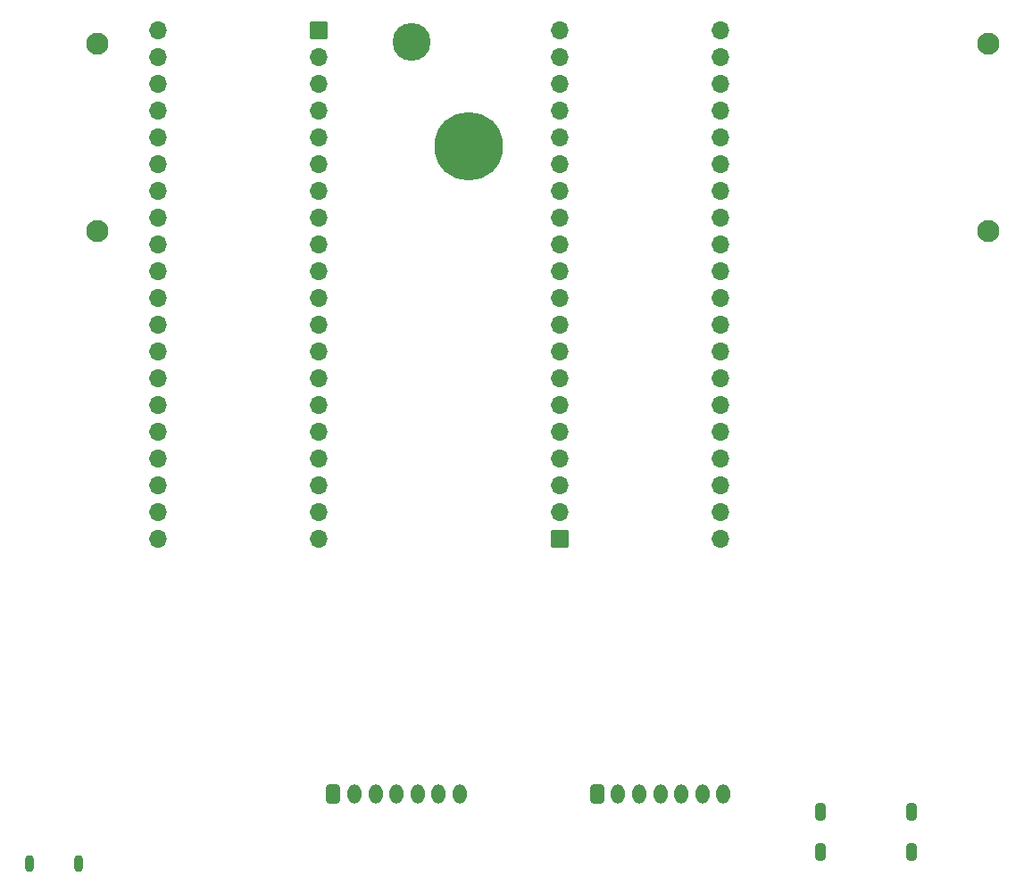
<source format=gbr>
%TF.GenerationSoftware,KiCad,Pcbnew,(6.0.7)*%
%TF.CreationDate,2022-07-29T13:47:02-04:00*%
%TF.ProjectId,ingameNES,696e6761-6d65-44e4-9553-2e6b69636164,1*%
%TF.SameCoordinates,Original*%
%TF.FileFunction,Soldermask,Bot*%
%TF.FilePolarity,Negative*%
%FSLAX46Y46*%
G04 Gerber Fmt 4.6, Leading zero omitted, Abs format (unit mm)*
G04 Created by KiCad (PCBNEW (6.0.7)) date 2022-07-29 13:47:02*
%MOMM*%
%LPD*%
G01*
G04 APERTURE LIST*
G04 Aperture macros list*
%AMRoundRect*
0 Rectangle with rounded corners*
0 $1 Rounding radius*
0 $2 $3 $4 $5 $6 $7 $8 $9 X,Y pos of 4 corners*
0 Add a 4 corners polygon primitive as box body*
4,1,4,$2,$3,$4,$5,$6,$7,$8,$9,$2,$3,0*
0 Add four circle primitives for the rounded corners*
1,1,$1+$1,$2,$3*
1,1,$1+$1,$4,$5*
1,1,$1+$1,$6,$7*
1,1,$1+$1,$8,$9*
0 Add four rect primitives between the rounded corners*
20,1,$1+$1,$2,$3,$4,$5,0*
20,1,$1+$1,$4,$5,$6,$7,0*
20,1,$1+$1,$6,$7,$8,$9,0*
20,1,$1+$1,$8,$9,$2,$3,0*%
G04 Aperture macros list end*
%ADD10O,1.100000X1.800000*%
%ADD11C,6.500000*%
%ADD12RoundRect,0.300000X-0.350000X-0.625000X0.350000X-0.625000X0.350000X0.625000X-0.350000X0.625000X0*%
%ADD13O,1.300000X1.850000*%
%ADD14C,2.100000*%
%ADD15C,3.600000*%
%ADD16O,0.900000X1.600000*%
%ADD17RoundRect,0.050000X-0.800000X-0.800000X0.800000X-0.800000X0.800000X0.800000X-0.800000X0.800000X0*%
%ADD18O,1.700000X1.700000*%
%ADD19RoundRect,0.050000X0.800000X0.800000X-0.800000X0.800000X-0.800000X-0.800000X0.800000X-0.800000X0*%
G04 APERTURE END LIST*
D10*
X143820000Y-191000000D03*
X143820000Y-194800000D03*
X135180000Y-191000000D03*
X135180000Y-194800000D03*
D11*
X101854000Y-127889000D03*
D12*
X89000000Y-189320000D03*
D13*
X91000000Y-189320000D03*
X93000000Y-189320000D03*
X95000000Y-189320000D03*
X97000000Y-189320000D03*
X99000000Y-189320000D03*
X101000000Y-189320000D03*
D12*
X114000000Y-189320000D03*
D13*
X116000000Y-189320000D03*
X118000000Y-189320000D03*
X120000000Y-189320000D03*
X122000000Y-189320000D03*
X124000000Y-189320000D03*
X126000000Y-189320000D03*
D14*
X151130000Y-135890000D03*
X151130000Y-118110000D03*
D15*
X96393000Y-117983000D03*
D14*
X66620000Y-135890000D03*
X66620000Y-118110000D03*
D16*
X60150000Y-195900000D03*
X64850000Y-195900000D03*
D17*
X110490000Y-165100000D03*
D18*
X110490000Y-162560000D03*
X110490000Y-160020000D03*
X110490000Y-157480000D03*
X110490000Y-154940000D03*
X110490000Y-152400000D03*
X110490000Y-149860000D03*
X110490000Y-147320000D03*
X110490000Y-144780000D03*
X110490000Y-142240000D03*
X110490000Y-139700000D03*
X110490000Y-137160000D03*
X110490000Y-134620000D03*
X110490000Y-132080000D03*
X110490000Y-129540000D03*
X110490000Y-127000000D03*
X110490000Y-124460000D03*
X110490000Y-121920000D03*
X110490000Y-119380000D03*
X110490000Y-116840000D03*
X125730000Y-116840000D03*
X125730000Y-119380000D03*
X125730000Y-121920000D03*
X125730000Y-124460000D03*
X125730000Y-127000000D03*
X125730000Y-129540000D03*
X125730000Y-132080000D03*
X125730000Y-134620000D03*
X125730000Y-137160000D03*
X125730000Y-139700000D03*
X125730000Y-142240000D03*
X125730000Y-144780000D03*
X125730000Y-147320000D03*
X125730000Y-149860000D03*
X125730000Y-152400000D03*
X125730000Y-154940000D03*
X125730000Y-157480000D03*
X125730000Y-160020000D03*
X125730000Y-162560000D03*
X125730000Y-165100000D03*
D19*
X87630000Y-116840000D03*
D18*
X87630000Y-119380000D03*
X87630000Y-121920000D03*
X87630000Y-124460000D03*
X87630000Y-127000000D03*
X87630000Y-129540000D03*
X87630000Y-132080000D03*
X87630000Y-134620000D03*
X87630000Y-137160000D03*
X87630000Y-139700000D03*
X87630000Y-142240000D03*
X87630000Y-144780000D03*
X87630000Y-147320000D03*
X87630000Y-149860000D03*
X87630000Y-152400000D03*
X87630000Y-154940000D03*
X87630000Y-157480000D03*
X87630000Y-160020000D03*
X87630000Y-162560000D03*
X87630000Y-165100000D03*
X72390000Y-165100000D03*
X72390000Y-162560000D03*
X72390000Y-160020000D03*
X72390000Y-157480000D03*
X72390000Y-154940000D03*
X72390000Y-152400000D03*
X72390000Y-149860000D03*
X72390000Y-147320000D03*
X72390000Y-144780000D03*
X72390000Y-142240000D03*
X72390000Y-139700000D03*
X72390000Y-137160000D03*
X72390000Y-134620000D03*
X72390000Y-132080000D03*
X72390000Y-129540000D03*
X72390000Y-127000000D03*
X72390000Y-124460000D03*
X72390000Y-121920000D03*
X72390000Y-119380000D03*
X72390000Y-116840000D03*
M02*

</source>
